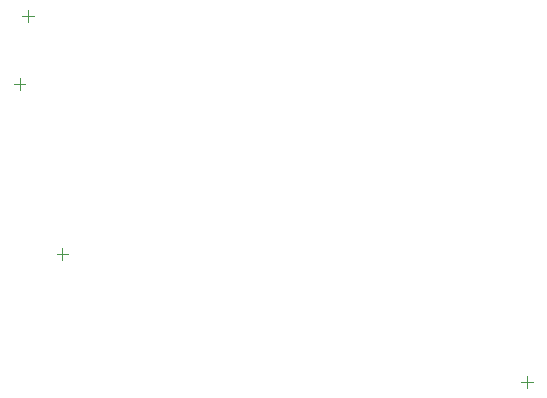
<source format=gbr>
G04*
G04 #@! TF.GenerationSoftware,Altium Limited,Altium Designer,25.8.1 (18)*
G04*
G04 Layer_Color=0*
%FSLAX25Y25*%
%MOIN*%
G70*
G04*
G04 #@! TF.SameCoordinates,505960B2-D5C5-487F-9968-D24D6DC54575*
G04*
G04*
G04 #@! TF.FilePolarity,Positive*
G04*
G01*
G75*
%ADD18C,0.00197*%
%ADD80C,0.00394*%
D18*
X14764Y179134D02*
X18701D01*
X16732Y177165D02*
Y181102D01*
D80*
X28077Y97825D02*
Y101762D01*
X26108Y99794D02*
X30045D01*
X11811Y156496D02*
X15748D01*
X13780Y154528D02*
Y158465D01*
X183071Y55118D02*
Y59055D01*
X181103Y57087D02*
X185039D01*
M02*

</source>
